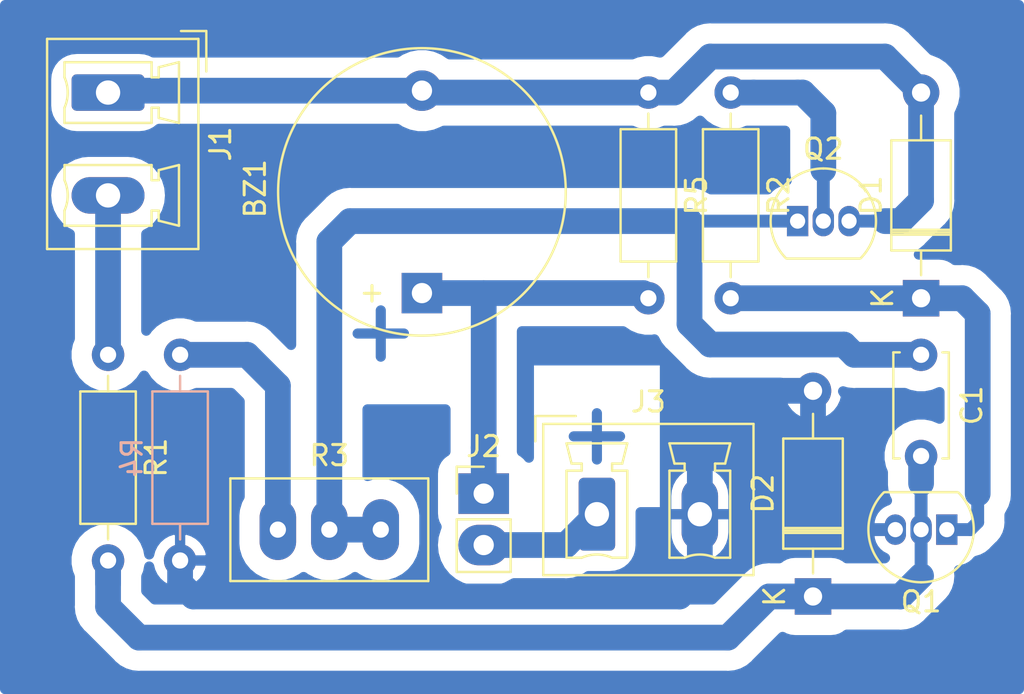
<source format=kicad_pcb>
(kicad_pcb (version 20171130) (host pcbnew "(5.1.5)-3")

  (general
    (thickness 1.6)
    (drawings 2)
    (tracks 70)
    (zones 0)
    (modules 14)
    (nets 11)
  )

  (page A4)
  (layers
    (0 F.Cu signal)
    (31 B.Cu signal)
    (32 B.Adhes user)
    (33 F.Adhes user)
    (34 B.Paste user)
    (35 F.Paste user)
    (36 B.SilkS user)
    (37 F.SilkS user)
    (38 B.Mask user)
    (39 F.Mask user)
    (40 Dwgs.User user)
    (41 Cmts.User user)
    (42 Eco1.User user)
    (43 Eco2.User user)
    (44 Edge.Cuts user)
    (45 Margin user)
    (46 B.CrtYd user)
    (47 F.CrtYd user)
    (48 B.Fab user)
    (49 F.Fab user)
  )

  (setup
    (last_trace_width 1.27)
    (user_trace_width 0.635)
    (user_trace_width 1.27)
    (trace_clearance 0.2)
    (zone_clearance 0.508)
    (zone_45_only no)
    (trace_min 0.2)
    (via_size 0.8)
    (via_drill 0.4)
    (via_min_size 0.4)
    (via_min_drill 0.3)
    (uvia_size 0.3)
    (uvia_drill 0.1)
    (uvias_allowed no)
    (uvia_min_size 0.2)
    (uvia_min_drill 0.1)
    (edge_width 0.05)
    (segment_width 0.2)
    (pcb_text_width 0.3)
    (pcb_text_size 1.5 1.5)
    (mod_edge_width 0.12)
    (mod_text_size 1 1)
    (mod_text_width 0.15)
    (pad_size 1.524 1.524)
    (pad_drill 0.762)
    (pad_to_mask_clearance 0.051)
    (solder_mask_min_width 0.25)
    (aux_axis_origin 0 0)
    (visible_elements 7FFFFFFF)
    (pcbplotparams
      (layerselection 0x010fc_ffffffff)
      (usegerberextensions false)
      (usegerberattributes false)
      (usegerberadvancedattributes false)
      (creategerberjobfile false)
      (excludeedgelayer true)
      (linewidth 0.100000)
      (plotframeref false)
      (viasonmask false)
      (mode 1)
      (useauxorigin false)
      (hpglpennumber 1)
      (hpglpenspeed 20)
      (hpglpendiameter 15.000000)
      (psnegative false)
      (psa4output false)
      (plotreference true)
      (plotvalue true)
      (plotinvisibletext false)
      (padsonsilk false)
      (subtractmaskfromsilk false)
      (outputformat 1)
      (mirror false)
      (drillshape 1)
      (scaleselection 1)
      (outputdirectory ""))
  )

  (net 0 "")
  (net 1 "Net-(BZ1-Pad1)")
  (net 2 "Net-(BZ1-Pad2)")
  (net 3 "Net-(C1-Pad2)")
  (net 4 "Net-(C1-Pad1)")
  (net 5 "Net-(D1-Pad1)")
  (net 6 "Net-(J1-Pad2)")
  (net 7 "Net-(J2-Pad2)")
  (net 8 "Net-(Q2-Pad2)")
  (net 9 "Net-(R3-Pad3)")
  (net 10 GND)

  (net_class Default "Toto je výchozí třída sítě."
    (clearance 0.2)
    (trace_width 0.25)
    (via_dia 0.8)
    (via_drill 0.4)
    (uvia_dia 0.3)
    (uvia_drill 0.1)
    (add_net GND)
    (add_net "Net-(BZ1-Pad1)")
    (add_net "Net-(BZ1-Pad2)")
    (add_net "Net-(C1-Pad1)")
    (add_net "Net-(C1-Pad2)")
    (add_net "Net-(D1-Pad1)")
    (add_net "Net-(J1-Pad2)")
    (add_net "Net-(J2-Pad2)")
    (add_net "Net-(Q2-Pad2)")
    (add_net "Net-(R3-Pad3)")
  )

  (module LPouzdra:AR_PinHeader_1x02_P2.54mm_Vertical (layer F.Cu) (tedit 60021612) (tstamp 5FFE6334)
    (at 123.19 100.584)
    (descr "Through hole straight pin header, 1x02, 2.54mm pitch, single row")
    (tags "Through hole pin header THT 1x02 2.54mm single row")
    (path /5FFE282F)
    (fp_text reference J2 (at 0 -2.33) (layer F.SilkS)
      (effects (font (size 1 1) (thickness 0.15)))
    )
    (fp_text value vypinac (at 0 4.87) (layer F.Fab)
      (effects (font (size 1 1) (thickness 0.15)))
    )
    (fp_text user %R (at 0 1.27 90) (layer F.Fab)
      (effects (font (size 1 1) (thickness 0.15)))
    )
    (fp_line (start 1.8 -1.8) (end -1.8 -1.8) (layer F.CrtYd) (width 0.05))
    (fp_line (start 1.8 4.35) (end 1.8 -1.8) (layer F.CrtYd) (width 0.05))
    (fp_line (start -1.8 4.35) (end 1.8 4.35) (layer F.CrtYd) (width 0.05))
    (fp_line (start -1.8 -1.8) (end -1.8 4.35) (layer F.CrtYd) (width 0.05))
    (fp_line (start -1.33 -1.33) (end 0 -1.33) (layer F.SilkS) (width 0.12))
    (fp_line (start -1.33 0) (end -1.33 -1.33) (layer F.SilkS) (width 0.12))
    (fp_line (start -1.33 1.27) (end 1.33 1.27) (layer F.SilkS) (width 0.12))
    (fp_line (start 1.33 1.27) (end 1.33 3.87) (layer F.SilkS) (width 0.12))
    (fp_line (start -1.33 1.27) (end -1.33 3.87) (layer F.SilkS) (width 0.12))
    (fp_line (start -1.33 3.87) (end 1.33 3.87) (layer F.SilkS) (width 0.12))
    (fp_line (start -1.27 -0.635) (end -0.635 -1.27) (layer F.Fab) (width 0.1))
    (fp_line (start -1.27 3.81) (end -1.27 -0.635) (layer F.Fab) (width 0.1))
    (fp_line (start 1.27 3.81) (end -1.27 3.81) (layer F.Fab) (width 0.1))
    (fp_line (start 1.27 -1.27) (end 1.27 3.81) (layer F.Fab) (width 0.1))
    (fp_line (start -0.635 -1.27) (end 1.27 -1.27) (layer F.Fab) (width 0.1))
    (pad 2 thru_hole oval (at 0 2.54) (size 2.5 2) (drill 1) (layers *.Cu *.Mask)
      (net 7 "Net-(J2-Pad2)"))
    (pad 1 thru_hole rect (at 0 0) (size 2.5 2) (drill 1) (layers *.Cu *.Mask)
      (net 1 "Net-(BZ1-Pad1)"))
    (model ${KISYS3DMOD}/Connector_PinHeader_2.54mm.3dshapes/PinHeader_1x02_P2.54mm_Vertical.wrl
      (at (xyz 0 0 0))
      (scale (xyz 1 1 1))
      (rotate (xyz 0 0 0))
    )
  )

  (module Resistor_THT:R_Axial_DIN0207_L6.3mm_D2.5mm_P10.16mm_Horizontal (layer F.Cu) (tedit 5AE5139B) (tstamp 5FFE63FE)
    (at 131.318 80.772 270)
    (descr "Resistor, Axial_DIN0207 series, Axial, Horizontal, pin pitch=10.16mm, 0.25W = 1/4W, length*diameter=6.3*2.5mm^2, http://cdn-reichelt.de/documents/datenblatt/B400/1_4W%23YAG.pdf")
    (tags "Resistor Axial_DIN0207 series Axial Horizontal pin pitch 10.16mm 0.25W = 1/4W length 6.3mm diameter 2.5mm")
    (path /5FFE4389)
    (fp_text reference R5 (at 5.08 -2.37 90) (layer F.SilkS)
      (effects (font (size 1 1) (thickness 0.15)))
    )
    (fp_text value 1k (at 5.08 2.37 90) (layer F.Fab)
      (effects (font (size 1 1) (thickness 0.15)))
    )
    (fp_text user %R (at 5.08 0 90) (layer F.Fab)
      (effects (font (size 1 1) (thickness 0.15)))
    )
    (fp_line (start 11.21 -1.5) (end -1.05 -1.5) (layer F.CrtYd) (width 0.05))
    (fp_line (start 11.21 1.5) (end 11.21 -1.5) (layer F.CrtYd) (width 0.05))
    (fp_line (start -1.05 1.5) (end 11.21 1.5) (layer F.CrtYd) (width 0.05))
    (fp_line (start -1.05 -1.5) (end -1.05 1.5) (layer F.CrtYd) (width 0.05))
    (fp_line (start 9.12 0) (end 8.35 0) (layer F.SilkS) (width 0.12))
    (fp_line (start 1.04 0) (end 1.81 0) (layer F.SilkS) (width 0.12))
    (fp_line (start 8.35 -1.37) (end 1.81 -1.37) (layer F.SilkS) (width 0.12))
    (fp_line (start 8.35 1.37) (end 8.35 -1.37) (layer F.SilkS) (width 0.12))
    (fp_line (start 1.81 1.37) (end 8.35 1.37) (layer F.SilkS) (width 0.12))
    (fp_line (start 1.81 -1.37) (end 1.81 1.37) (layer F.SilkS) (width 0.12))
    (fp_line (start 10.16 0) (end 8.23 0) (layer F.Fab) (width 0.1))
    (fp_line (start 0 0) (end 1.93 0) (layer F.Fab) (width 0.1))
    (fp_line (start 8.23 -1.25) (end 1.93 -1.25) (layer F.Fab) (width 0.1))
    (fp_line (start 8.23 1.25) (end 8.23 -1.25) (layer F.Fab) (width 0.1))
    (fp_line (start 1.93 1.25) (end 8.23 1.25) (layer F.Fab) (width 0.1))
    (fp_line (start 1.93 -1.25) (end 1.93 1.25) (layer F.Fab) (width 0.1))
    (pad 2 thru_hole oval (at 10.16 0 270) (size 1.6 1.6) (drill 0.8) (layers *.Cu *.Mask)
      (net 1 "Net-(BZ1-Pad1)"))
    (pad 1 thru_hole circle (at 0 0 270) (size 1.6 1.6) (drill 0.8) (layers *.Cu *.Mask)
      (net 2 "Net-(BZ1-Pad2)"))
    (model ${KISYS3DMOD}/Resistor_THT.3dshapes/R_Axial_DIN0207_L6.3mm_D2.5mm_P10.16mm_Horizontal.wrl
      (at (xyz 0 0 0))
      (scale (xyz 1 1 1))
      (rotate (xyz 0 0 0))
    )
  )

  (module Resistor_THT:R_Axial_DIN0207_L6.3mm_D2.5mm_P10.16mm_Horizontal (layer B.Cu) (tedit 5AE5139B) (tstamp 5FFE63E7)
    (at 108.204 93.726 270)
    (descr "Resistor, Axial_DIN0207 series, Axial, Horizontal, pin pitch=10.16mm, 0.25W = 1/4W, length*diameter=6.3*2.5mm^2, http://cdn-reichelt.de/documents/datenblatt/B400/1_4W%23YAG.pdf")
    (tags "Resistor Axial_DIN0207 series Axial Horizontal pin pitch 10.16mm 0.25W = 1/4W length 6.3mm diameter 2.5mm")
    (path /5FFE3D3F)
    (fp_text reference R4 (at 5.08 2.37 90) (layer B.SilkS)
      (effects (font (size 1 1) (thickness 0.15)) (justify mirror))
    )
    (fp_text value 100R (at 5.08 -2.37 90) (layer B.Fab)
      (effects (font (size 1 1) (thickness 0.15)) (justify mirror))
    )
    (fp_text user %R (at 5.08 0 90) (layer B.Fab)
      (effects (font (size 1 1) (thickness 0.15)) (justify mirror))
    )
    (fp_line (start 11.21 1.5) (end -1.05 1.5) (layer B.CrtYd) (width 0.05))
    (fp_line (start 11.21 -1.5) (end 11.21 1.5) (layer B.CrtYd) (width 0.05))
    (fp_line (start -1.05 -1.5) (end 11.21 -1.5) (layer B.CrtYd) (width 0.05))
    (fp_line (start -1.05 1.5) (end -1.05 -1.5) (layer B.CrtYd) (width 0.05))
    (fp_line (start 9.12 0) (end 8.35 0) (layer B.SilkS) (width 0.12))
    (fp_line (start 1.04 0) (end 1.81 0) (layer B.SilkS) (width 0.12))
    (fp_line (start 8.35 1.37) (end 1.81 1.37) (layer B.SilkS) (width 0.12))
    (fp_line (start 8.35 -1.37) (end 8.35 1.37) (layer B.SilkS) (width 0.12))
    (fp_line (start 1.81 -1.37) (end 8.35 -1.37) (layer B.SilkS) (width 0.12))
    (fp_line (start 1.81 1.37) (end 1.81 -1.37) (layer B.SilkS) (width 0.12))
    (fp_line (start 10.16 0) (end 8.23 0) (layer B.Fab) (width 0.1))
    (fp_line (start 0 0) (end 1.93 0) (layer B.Fab) (width 0.1))
    (fp_line (start 8.23 1.25) (end 1.93 1.25) (layer B.Fab) (width 0.1))
    (fp_line (start 8.23 -1.25) (end 8.23 1.25) (layer B.Fab) (width 0.1))
    (fp_line (start 1.93 -1.25) (end 8.23 -1.25) (layer B.Fab) (width 0.1))
    (fp_line (start 1.93 1.25) (end 1.93 -1.25) (layer B.Fab) (width 0.1))
    (pad 2 thru_hole oval (at 10.16 0 270) (size 1.6 1.6) (drill 0.8) (layers *.Cu *.Mask)
      (net 10 GND))
    (pad 1 thru_hole circle (at 0 0 270) (size 1.6 1.6) (drill 0.8) (layers *.Cu *.Mask)
      (net 9 "Net-(R3-Pad3)"))
    (model ${KISYS3DMOD}/Resistor_THT.3dshapes/R_Axial_DIN0207_L6.3mm_D2.5mm_P10.16mm_Horizontal.wrl
      (at (xyz 0 0 0))
      (scale (xyz 1 1 1))
      (rotate (xyz 0 0 0))
    )
  )

  (module LPouzdra:AR_Potentiometer_Bourns_3296W_Vertical (layer F.Cu) (tedit 5FFE1AF0) (tstamp 5FFE63D0)
    (at 118.11 102.362)
    (descr "Potentiometer, vertical, Bourns 3296W, https://www.bourns.com/pdfs/3296.pdf")
    (tags "Potentiometer vertical Bourns 3296W")
    (path /5FFE4B1A)
    (fp_text reference R3 (at -2.54 -3.66) (layer F.SilkS)
      (effects (font (size 1 1) (thickness 0.15)))
    )
    (fp_text value 2k5 (at -2.54 3.67) (layer F.Fab)
      (effects (font (size 1 1) (thickness 0.15)))
    )
    (fp_text user %R (at -3.175 0.005) (layer F.Fab)
      (effects (font (size 1 1) (thickness 0.15)))
    )
    (fp_line (start 2.5 -2.7) (end -7.6 -2.7) (layer F.CrtYd) (width 0.05))
    (fp_line (start 2.5 2.7) (end 2.5 -2.7) (layer F.CrtYd) (width 0.05))
    (fp_line (start -7.6 2.7) (end 2.5 2.7) (layer F.CrtYd) (width 0.05))
    (fp_line (start -7.6 -2.7) (end -7.6 2.7) (layer F.CrtYd) (width 0.05))
    (fp_line (start 2.345 -2.53) (end 2.345 2.54) (layer F.SilkS) (width 0.12))
    (fp_line (start -7.425 -2.53) (end -7.425 2.54) (layer F.SilkS) (width 0.12))
    (fp_line (start -7.425 2.54) (end 2.345 2.54) (layer F.SilkS) (width 0.12))
    (fp_line (start -7.425 -2.53) (end 2.345 -2.53) (layer F.SilkS) (width 0.12))
    (fp_line (start 0.955 2.235) (end 0.956 0.066) (layer F.Fab) (width 0.1))
    (fp_line (start 0.955 2.235) (end 0.956 0.066) (layer F.Fab) (width 0.1))
    (fp_line (start 2.225 -2.41) (end -7.305 -2.41) (layer F.Fab) (width 0.1))
    (fp_line (start 2.225 2.42) (end 2.225 -2.41) (layer F.Fab) (width 0.1))
    (fp_line (start -7.305 2.42) (end 2.225 2.42) (layer F.Fab) (width 0.1))
    (fp_line (start -7.305 -2.41) (end -7.305 2.42) (layer F.Fab) (width 0.1))
    (fp_circle (center 0.955 1.15) (end 2.05 1.15) (layer F.Fab) (width 0.1))
    (pad 3 thru_hole oval (at -5.08 0) (size 1.8 3) (drill 0.8) (layers *.Cu *.Mask)
      (net 9 "Net-(R3-Pad3)"))
    (pad 2 thru_hole oval (at -2.54 0) (size 1.8 3) (drill 0.8) (layers *.Cu *.Mask)
      (net 4 "Net-(C1-Pad1)"))
    (pad 1 thru_hole oval (at 0 0) (size 1.8 3) (drill 0.8) (layers *.Cu *.Mask)
      (net 4 "Net-(C1-Pad1)"))
    (model ${KISYS3DMOD}/Potentiometer_THT.3dshapes/Potentiometer_Bourns_3296W_Vertical.wrl
      (at (xyz 0 0 0))
      (scale (xyz 1 1 1))
      (rotate (xyz 0 0 0))
    )
  )

  (module Resistor_THT:R_Axial_DIN0207_L6.3mm_D2.5mm_P10.16mm_Horizontal (layer F.Cu) (tedit 5AE5139B) (tstamp 5FFE63B9)
    (at 135.382 80.772 270)
    (descr "Resistor, Axial_DIN0207 series, Axial, Horizontal, pin pitch=10.16mm, 0.25W = 1/4W, length*diameter=6.3*2.5mm^2, http://cdn-reichelt.de/documents/datenblatt/B400/1_4W%23YAG.pdf")
    (tags "Resistor Axial_DIN0207 series Axial Horizontal pin pitch 10.16mm 0.25W = 1/4W length 6.3mm diameter 2.5mm")
    (path /5FFE3A82)
    (fp_text reference R2 (at 5.08 -2.37 90) (layer F.SilkS)
      (effects (font (size 1 1) (thickness 0.15)))
    )
    (fp_text value 10k (at 5.08 2.37 90) (layer F.Fab)
      (effects (font (size 1 1) (thickness 0.15)))
    )
    (fp_text user %R (at 5.08 0 90) (layer F.Fab)
      (effects (font (size 1 1) (thickness 0.15)))
    )
    (fp_line (start 11.21 -1.5) (end -1.05 -1.5) (layer F.CrtYd) (width 0.05))
    (fp_line (start 11.21 1.5) (end 11.21 -1.5) (layer F.CrtYd) (width 0.05))
    (fp_line (start -1.05 1.5) (end 11.21 1.5) (layer F.CrtYd) (width 0.05))
    (fp_line (start -1.05 -1.5) (end -1.05 1.5) (layer F.CrtYd) (width 0.05))
    (fp_line (start 9.12 0) (end 8.35 0) (layer F.SilkS) (width 0.12))
    (fp_line (start 1.04 0) (end 1.81 0) (layer F.SilkS) (width 0.12))
    (fp_line (start 8.35 -1.37) (end 1.81 -1.37) (layer F.SilkS) (width 0.12))
    (fp_line (start 8.35 1.37) (end 8.35 -1.37) (layer F.SilkS) (width 0.12))
    (fp_line (start 1.81 1.37) (end 8.35 1.37) (layer F.SilkS) (width 0.12))
    (fp_line (start 1.81 -1.37) (end 1.81 1.37) (layer F.SilkS) (width 0.12))
    (fp_line (start 10.16 0) (end 8.23 0) (layer F.Fab) (width 0.1))
    (fp_line (start 0 0) (end 1.93 0) (layer F.Fab) (width 0.1))
    (fp_line (start 8.23 -1.25) (end 1.93 -1.25) (layer F.Fab) (width 0.1))
    (fp_line (start 8.23 1.25) (end 8.23 -1.25) (layer F.Fab) (width 0.1))
    (fp_line (start 1.93 1.25) (end 8.23 1.25) (layer F.Fab) (width 0.1))
    (fp_line (start 1.93 -1.25) (end 1.93 1.25) (layer F.Fab) (width 0.1))
    (pad 2 thru_hole oval (at 10.16 0 270) (size 1.6 1.6) (drill 0.8) (layers *.Cu *.Mask)
      (net 5 "Net-(D1-Pad1)"))
    (pad 1 thru_hole circle (at 0 0 270) (size 1.6 1.6) (drill 0.8) (layers *.Cu *.Mask)
      (net 8 "Net-(Q2-Pad2)"))
    (model ${KISYS3DMOD}/Resistor_THT.3dshapes/R_Axial_DIN0207_L6.3mm_D2.5mm_P10.16mm_Horizontal.wrl
      (at (xyz 0 0 0))
      (scale (xyz 1 1 1))
      (rotate (xyz 0 0 0))
    )
  )

  (module Resistor_THT:R_Axial_DIN0207_L6.3mm_D2.5mm_P10.16mm_Horizontal (layer F.Cu) (tedit 5AE5139B) (tstamp 5FFE63A2)
    (at 104.648 93.726 270)
    (descr "Resistor, Axial_DIN0207 series, Axial, Horizontal, pin pitch=10.16mm, 0.25W = 1/4W, length*diameter=6.3*2.5mm^2, http://cdn-reichelt.de/documents/datenblatt/B400/1_4W%23YAG.pdf")
    (tags "Resistor Axial_DIN0207 series Axial Horizontal pin pitch 10.16mm 0.25W = 1/4W length 6.3mm diameter 2.5mm")
    (path /5FFE35B6)
    (fp_text reference R1 (at 5.08 -2.37 90) (layer F.SilkS)
      (effects (font (size 1 1) (thickness 0.15)))
    )
    (fp_text value 56k (at 5.08 2.37 90) (layer F.Fab)
      (effects (font (size 1 1) (thickness 0.15)))
    )
    (fp_text user %R (at 5.08 0 90) (layer F.Fab)
      (effects (font (size 1 1) (thickness 0.15)))
    )
    (fp_line (start 11.21 -1.5) (end -1.05 -1.5) (layer F.CrtYd) (width 0.05))
    (fp_line (start 11.21 1.5) (end 11.21 -1.5) (layer F.CrtYd) (width 0.05))
    (fp_line (start -1.05 1.5) (end 11.21 1.5) (layer F.CrtYd) (width 0.05))
    (fp_line (start -1.05 -1.5) (end -1.05 1.5) (layer F.CrtYd) (width 0.05))
    (fp_line (start 9.12 0) (end 8.35 0) (layer F.SilkS) (width 0.12))
    (fp_line (start 1.04 0) (end 1.81 0) (layer F.SilkS) (width 0.12))
    (fp_line (start 8.35 -1.37) (end 1.81 -1.37) (layer F.SilkS) (width 0.12))
    (fp_line (start 8.35 1.37) (end 8.35 -1.37) (layer F.SilkS) (width 0.12))
    (fp_line (start 1.81 1.37) (end 8.35 1.37) (layer F.SilkS) (width 0.12))
    (fp_line (start 1.81 -1.37) (end 1.81 1.37) (layer F.SilkS) (width 0.12))
    (fp_line (start 10.16 0) (end 8.23 0) (layer F.Fab) (width 0.1))
    (fp_line (start 0 0) (end 1.93 0) (layer F.Fab) (width 0.1))
    (fp_line (start 8.23 -1.25) (end 1.93 -1.25) (layer F.Fab) (width 0.1))
    (fp_line (start 8.23 1.25) (end 8.23 -1.25) (layer F.Fab) (width 0.1))
    (fp_line (start 1.93 1.25) (end 8.23 1.25) (layer F.Fab) (width 0.1))
    (fp_line (start 1.93 -1.25) (end 1.93 1.25) (layer F.Fab) (width 0.1))
    (pad 2 thru_hole oval (at 10.16 0 270) (size 1.6 1.6) (drill 0.8) (layers *.Cu *.Mask)
      (net 3 "Net-(C1-Pad2)"))
    (pad 1 thru_hole circle (at 0 0 270) (size 1.6 1.6) (drill 0.8) (layers *.Cu *.Mask)
      (net 6 "Net-(J1-Pad2)"))
    (model ${KISYS3DMOD}/Resistor_THT.3dshapes/R_Axial_DIN0207_L6.3mm_D2.5mm_P10.16mm_Horizontal.wrl
      (at (xyz 0 0 0))
      (scale (xyz 1 1 1))
      (rotate (xyz 0 0 0))
    )
  )

  (module Package_TO_SOT_THT:TO-92_Inline (layer F.Cu) (tedit 5A1DD157) (tstamp 5FFE638B)
    (at 138.684 87.122)
    (descr "TO-92 leads in-line, narrow, oval pads, drill 0.75mm (see NXP sot054_po.pdf)")
    (tags "to-92 sc-43 sc-43a sot54 PA33 transistor")
    (path /5FFE92D4)
    (fp_text reference Q2 (at 1.27 -3.56) (layer F.SilkS)
      (effects (font (size 1 1) (thickness 0.15)))
    )
    (fp_text value BC557 (at 1.27 2.79) (layer F.Fab)
      (effects (font (size 1 1) (thickness 0.15)))
    )
    (fp_arc (start 1.27 0) (end 1.27 -2.6) (angle 135) (layer F.SilkS) (width 0.12))
    (fp_arc (start 1.27 0) (end 1.27 -2.48) (angle -135) (layer F.Fab) (width 0.1))
    (fp_arc (start 1.27 0) (end 1.27 -2.6) (angle -135) (layer F.SilkS) (width 0.12))
    (fp_arc (start 1.27 0) (end 1.27 -2.48) (angle 135) (layer F.Fab) (width 0.1))
    (fp_line (start 4 2.01) (end -1.46 2.01) (layer F.CrtYd) (width 0.05))
    (fp_line (start 4 2.01) (end 4 -2.73) (layer F.CrtYd) (width 0.05))
    (fp_line (start -1.46 -2.73) (end -1.46 2.01) (layer F.CrtYd) (width 0.05))
    (fp_line (start -1.46 -2.73) (end 4 -2.73) (layer F.CrtYd) (width 0.05))
    (fp_line (start -0.5 1.75) (end 3 1.75) (layer F.Fab) (width 0.1))
    (fp_line (start -0.53 1.85) (end 3.07 1.85) (layer F.SilkS) (width 0.12))
    (fp_text user %R (at 1.27 -3.56) (layer F.Fab)
      (effects (font (size 1 1) (thickness 0.15)))
    )
    (pad 1 thru_hole rect (at 0 0) (size 1.05 1.5) (drill 0.75) (layers *.Cu *.Mask)
      (net 4 "Net-(C1-Pad1)"))
    (pad 3 thru_hole oval (at 2.54 0) (size 1.05 1.5) (drill 0.75) (layers *.Cu *.Mask)
      (net 2 "Net-(BZ1-Pad2)"))
    (pad 2 thru_hole oval (at 1.27 0) (size 1.05 1.5) (drill 0.75) (layers *.Cu *.Mask)
      (net 8 "Net-(Q2-Pad2)"))
    (model ${KISYS3DMOD}/Package_TO_SOT_THT.3dshapes/TO-92_Inline.wrl
      (at (xyz 0 0 0))
      (scale (xyz 1 1 1))
      (rotate (xyz 0 0 0))
    )
  )

  (module Package_TO_SOT_THT:TO-92_Inline (layer F.Cu) (tedit 5A1DD157) (tstamp 5FFE6379)
    (at 146.05 102.362 180)
    (descr "TO-92 leads in-line, narrow, oval pads, drill 0.75mm (see NXP sot054_po.pdf)")
    (tags "to-92 sc-43 sc-43a sot54 PA33 transistor")
    (path /5FFE8023)
    (fp_text reference Q1 (at 1.27 -3.56) (layer F.SilkS)
      (effects (font (size 1 1) (thickness 0.15)))
    )
    (fp_text value BC547 (at 1.27 2.79) (layer F.Fab)
      (effects (font (size 1 1) (thickness 0.15)))
    )
    (fp_arc (start 1.27 0) (end 1.27 -2.6) (angle 135) (layer F.SilkS) (width 0.12))
    (fp_arc (start 1.27 0) (end 1.27 -2.48) (angle -135) (layer F.Fab) (width 0.1))
    (fp_arc (start 1.27 0) (end 1.27 -2.6) (angle -135) (layer F.SilkS) (width 0.12))
    (fp_arc (start 1.27 0) (end 1.27 -2.48) (angle 135) (layer F.Fab) (width 0.1))
    (fp_line (start 4 2.01) (end -1.46 2.01) (layer F.CrtYd) (width 0.05))
    (fp_line (start 4 2.01) (end 4 -2.73) (layer F.CrtYd) (width 0.05))
    (fp_line (start -1.46 -2.73) (end -1.46 2.01) (layer F.CrtYd) (width 0.05))
    (fp_line (start -1.46 -2.73) (end 4 -2.73) (layer F.CrtYd) (width 0.05))
    (fp_line (start -0.5 1.75) (end 3 1.75) (layer F.Fab) (width 0.1))
    (fp_line (start -0.53 1.85) (end 3.07 1.85) (layer F.SilkS) (width 0.12))
    (fp_text user %R (at 1.27 -3.56) (layer F.Fab)
      (effects (font (size 1 1) (thickness 0.15)))
    )
    (pad 1 thru_hole rect (at 0 0 180) (size 1.05 1.5) (drill 0.75) (layers *.Cu *.Mask)
      (net 5 "Net-(D1-Pad1)"))
    (pad 3 thru_hole oval (at 2.54 0 180) (size 1.05 1.5) (drill 0.75) (layers *.Cu *.Mask)
      (net 10 GND))
    (pad 2 thru_hole oval (at 1.27 0 180) (size 1.05 1.5) (drill 0.75) (layers *.Cu *.Mask)
      (net 3 "Net-(C1-Pad2)"))
    (model ${KISYS3DMOD}/Package_TO_SOT_THT.3dshapes/TO-92_Inline.wrl
      (at (xyz 0 0 0))
      (scale (xyz 1 1 1))
      (rotate (xyz 0 0 0))
    )
  )

  (module Connector_Phoenix_MC_HighVoltage:PhoenixContact_MCV_1,5_2-G-5.08_1x02_P5.08mm_Vertical (layer F.Cu) (tedit 5B784ED3) (tstamp 5FFE6367)
    (at 128.778 101.6)
    (descr "Generic Phoenix Contact connector footprint for: MCV_1,5/2-G-5.08; number of pins: 02; pin pitch: 5.08mm; Vertical || order number: 1836299 8A 320V")
    (tags "phoenix_contact connector MCV_01x02_G_5.08mm")
    (path /5FFFAA1F)
    (fp_text reference J3 (at 2.54 -5.55) (layer F.SilkS)
      (effects (font (size 1 1) (thickness 0.15)))
    )
    (fp_text value "9V= 1+ / 2-" (at 2.54 4.1) (layer F.Fab)
      (effects (font (size 1 1) (thickness 0.15)))
    )
    (fp_text user %R (at 2.54 -3.65) (layer F.Fab)
      (effects (font (size 1 1) (thickness 0.15)))
    )
    (fp_line (start -3.04 -4.85) (end -1.04 -4.85) (layer F.Fab) (width 0.1))
    (fp_line (start -3.04 -3.6) (end -3.04 -4.85) (layer F.Fab) (width 0.1))
    (fp_line (start -3.04 -4.85) (end -1.04 -4.85) (layer F.SilkS) (width 0.12))
    (fp_line (start -3.04 -3.6) (end -3.04 -4.85) (layer F.SilkS) (width 0.12))
    (fp_line (start 8.12 -4.85) (end -3.04 -4.85) (layer F.CrtYd) (width 0.05))
    (fp_line (start 8.12 3.4) (end 8.12 -4.85) (layer F.CrtYd) (width 0.05))
    (fp_line (start -3.04 3.4) (end 8.12 3.4) (layer F.CrtYd) (width 0.05))
    (fp_line (start -3.04 -4.85) (end -3.04 3.4) (layer F.CrtYd) (width 0.05))
    (fp_line (start 6.58 2.15) (end 5.83 2.15) (layer F.SilkS) (width 0.12))
    (fp_line (start 6.58 -2.15) (end 6.58 2.15) (layer F.SilkS) (width 0.12))
    (fp_line (start 5.83 -2.15) (end 6.58 -2.15) (layer F.SilkS) (width 0.12))
    (fp_line (start 5.83 -2.5) (end 5.83 -2.15) (layer F.SilkS) (width 0.12))
    (fp_line (start 6.33 -2.5) (end 5.83 -2.5) (layer F.SilkS) (width 0.12))
    (fp_line (start 6.58 -3.5) (end 6.33 -2.5) (layer F.SilkS) (width 0.12))
    (fp_line (start 3.58 -3.5) (end 6.58 -3.5) (layer F.SilkS) (width 0.12))
    (fp_line (start 3.83 -2.5) (end 3.58 -3.5) (layer F.SilkS) (width 0.12))
    (fp_line (start 4.33 -2.5) (end 3.83 -2.5) (layer F.SilkS) (width 0.12))
    (fp_line (start 4.33 -2.15) (end 4.33 -2.5) (layer F.SilkS) (width 0.12))
    (fp_line (start 3.58 -2.15) (end 4.33 -2.15) (layer F.SilkS) (width 0.12))
    (fp_line (start 3.58 2.15) (end 3.58 -2.15) (layer F.SilkS) (width 0.12))
    (fp_line (start 4.33 2.15) (end 3.58 2.15) (layer F.SilkS) (width 0.12))
    (fp_line (start 1.5 2.15) (end 0.75 2.15) (layer F.SilkS) (width 0.12))
    (fp_line (start 1.5 -2.15) (end 1.5 2.15) (layer F.SilkS) (width 0.12))
    (fp_line (start 0.75 -2.15) (end 1.5 -2.15) (layer F.SilkS) (width 0.12))
    (fp_line (start 0.75 -2.5) (end 0.75 -2.15) (layer F.SilkS) (width 0.12))
    (fp_line (start 1.25 -2.5) (end 0.75 -2.5) (layer F.SilkS) (width 0.12))
    (fp_line (start 1.5 -3.5) (end 1.25 -2.5) (layer F.SilkS) (width 0.12))
    (fp_line (start -1.5 -3.5) (end 1.5 -3.5) (layer F.SilkS) (width 0.12))
    (fp_line (start -1.25 -2.5) (end -1.5 -3.5) (layer F.SilkS) (width 0.12))
    (fp_line (start -0.75 -2.5) (end -1.25 -2.5) (layer F.SilkS) (width 0.12))
    (fp_line (start -0.75 -2.15) (end -0.75 -2.5) (layer F.SilkS) (width 0.12))
    (fp_line (start -1.5 -2.15) (end -0.75 -2.15) (layer F.SilkS) (width 0.12))
    (fp_line (start -1.5 2.15) (end -1.5 -2.15) (layer F.SilkS) (width 0.12))
    (fp_line (start -0.75 2.15) (end -1.5 2.15) (layer F.SilkS) (width 0.12))
    (fp_line (start 7.62 -4.35) (end -2.54 -4.35) (layer F.Fab) (width 0.1))
    (fp_line (start 7.62 2.9) (end 7.62 -4.35) (layer F.Fab) (width 0.1))
    (fp_line (start -2.54 2.9) (end 7.62 2.9) (layer F.Fab) (width 0.1))
    (fp_line (start -2.54 -4.35) (end -2.54 2.9) (layer F.Fab) (width 0.1))
    (fp_line (start 7.73 -4.46) (end -2.65 -4.46) (layer F.SilkS) (width 0.12))
    (fp_line (start 7.73 3.01) (end 7.73 -4.46) (layer F.SilkS) (width 0.12))
    (fp_line (start -2.65 3.01) (end 7.73 3.01) (layer F.SilkS) (width 0.12))
    (fp_line (start -2.65 -4.46) (end -2.65 3.01) (layer F.SilkS) (width 0.12))
    (fp_arc (start 5.08 3.85) (end 4.33 2.15) (angle 47.6) (layer F.SilkS) (width 0.12))
    (fp_arc (start 0 3.85) (end -0.75 2.15) (angle 47.6) (layer F.SilkS) (width 0.12))
    (pad 2 thru_hole oval (at 5.08 0) (size 1.8 3.6) (drill 1.2) (layers *.Cu *.Mask)
      (net 10 GND))
    (pad 1 thru_hole roundrect (at 0 0) (size 1.8 3.6) (drill 1.2) (layers *.Cu *.Mask) (roundrect_rratio 0.138889)
      (net 7 "Net-(J2-Pad2)"))
    (model ${KISYS3DMOD}/Connector_Phoenix_MC_HighVoltage.3dshapes/PhoenixContact_MCV_1,5_2-G-5.08_1x02_P5.08mm_Vertical.wrl
      (at (xyz 0 0 0))
      (scale (xyz 1 1 1))
      (rotate (xyz 0 0 0))
    )
  )

  (module Connector_Phoenix_MC_HighVoltage:PhoenixContact_MCV_1,5_2-G-5.08_1x02_P5.08mm_Vertical (layer F.Cu) (tedit 5B784ED3) (tstamp 5FFE6301)
    (at 104.648 80.772 270)
    (descr "Generic Phoenix Contact connector footprint for: MCV_1,5/2-G-5.08; number of pins: 02; pin pitch: 5.08mm; Vertical || order number: 1836299 8A 320V")
    (tags "phoenix_contact connector MCV_01x02_G_5.08mm")
    (path /5FFE060D)
    (fp_text reference J1 (at 2.54 -5.55 90) (layer F.SilkS)
      (effects (font (size 1 1) (thickness 0.15)))
    )
    (fp_text value hroty (at 2.54 4.1 90) (layer F.Fab)
      (effects (font (size 1 1) (thickness 0.15)))
    )
    (fp_text user %R (at 2.54 -3.65 90) (layer F.Fab)
      (effects (font (size 1 1) (thickness 0.15)))
    )
    (fp_line (start -3.04 -4.85) (end -1.04 -4.85) (layer F.Fab) (width 0.1))
    (fp_line (start -3.04 -3.6) (end -3.04 -4.85) (layer F.Fab) (width 0.1))
    (fp_line (start -3.04 -4.85) (end -1.04 -4.85) (layer F.SilkS) (width 0.12))
    (fp_line (start -3.04 -3.6) (end -3.04 -4.85) (layer F.SilkS) (width 0.12))
    (fp_line (start 8.12 -4.85) (end -3.04 -4.85) (layer F.CrtYd) (width 0.05))
    (fp_line (start 8.12 3.4) (end 8.12 -4.85) (layer F.CrtYd) (width 0.05))
    (fp_line (start -3.04 3.4) (end 8.12 3.4) (layer F.CrtYd) (width 0.05))
    (fp_line (start -3.04 -4.85) (end -3.04 3.4) (layer F.CrtYd) (width 0.05))
    (fp_line (start 6.58 2.15) (end 5.83 2.15) (layer F.SilkS) (width 0.12))
    (fp_line (start 6.58 -2.15) (end 6.58 2.15) (layer F.SilkS) (width 0.12))
    (fp_line (start 5.83 -2.15) (end 6.58 -2.15) (layer F.SilkS) (width 0.12))
    (fp_line (start 5.83 -2.5) (end 5.83 -2.15) (layer F.SilkS) (width 0.12))
    (fp_line (start 6.33 -2.5) (end 5.83 -2.5) (layer F.SilkS) (width 0.12))
    (fp_line (start 6.58 -3.5) (end 6.33 -2.5) (layer F.SilkS) (width 0.12))
    (fp_line (start 3.58 -3.5) (end 6.58 -3.5) (layer F.SilkS) (width 0.12))
    (fp_line (start 3.83 -2.5) (end 3.58 -3.5) (layer F.SilkS) (width 0.12))
    (fp_line (start 4.33 -2.5) (end 3.83 -2.5) (layer F.SilkS) (width 0.12))
    (fp_line (start 4.33 -2.15) (end 4.33 -2.5) (layer F.SilkS) (width 0.12))
    (fp_line (start 3.58 -2.15) (end 4.33 -2.15) (layer F.SilkS) (width 0.12))
    (fp_line (start 3.58 2.15) (end 3.58 -2.15) (layer F.SilkS) (width 0.12))
    (fp_line (start 4.33 2.15) (end 3.58 2.15) (layer F.SilkS) (width 0.12))
    (fp_line (start 1.5 2.15) (end 0.75 2.15) (layer F.SilkS) (width 0.12))
    (fp_line (start 1.5 -2.15) (end 1.5 2.15) (layer F.SilkS) (width 0.12))
    (fp_line (start 0.75 -2.15) (end 1.5 -2.15) (layer F.SilkS) (width 0.12))
    (fp_line (start 0.75 -2.5) (end 0.75 -2.15) (layer F.SilkS) (width 0.12))
    (fp_line (start 1.25 -2.5) (end 0.75 -2.5) (layer F.SilkS) (width 0.12))
    (fp_line (start 1.5 -3.5) (end 1.25 -2.5) (layer F.SilkS) (width 0.12))
    (fp_line (start -1.5 -3.5) (end 1.5 -3.5) (layer F.SilkS) (width 0.12))
    (fp_line (start -1.25 -2.5) (end -1.5 -3.5) (layer F.SilkS) (width 0.12))
    (fp_line (start -0.75 -2.5) (end -1.25 -2.5) (layer F.SilkS) (width 0.12))
    (fp_line (start -0.75 -2.15) (end -0.75 -2.5) (layer F.SilkS) (width 0.12))
    (fp_line (start -1.5 -2.15) (end -0.75 -2.15) (layer F.SilkS) (width 0.12))
    (fp_line (start -1.5 2.15) (end -1.5 -2.15) (layer F.SilkS) (width 0.12))
    (fp_line (start -0.75 2.15) (end -1.5 2.15) (layer F.SilkS) (width 0.12))
    (fp_line (start 7.62 -4.35) (end -2.54 -4.35) (layer F.Fab) (width 0.1))
    (fp_line (start 7.62 2.9) (end 7.62 -4.35) (layer F.Fab) (width 0.1))
    (fp_line (start -2.54 2.9) (end 7.62 2.9) (layer F.Fab) (width 0.1))
    (fp_line (start -2.54 -4.35) (end -2.54 2.9) (layer F.Fab) (width 0.1))
    (fp_line (start 7.73 -4.46) (end -2.65 -4.46) (layer F.SilkS) (width 0.12))
    (fp_line (start 7.73 3.01) (end 7.73 -4.46) (layer F.SilkS) (width 0.12))
    (fp_line (start -2.65 3.01) (end 7.73 3.01) (layer F.SilkS) (width 0.12))
    (fp_line (start -2.65 -4.46) (end -2.65 3.01) (layer F.SilkS) (width 0.12))
    (fp_arc (start 5.08 3.85) (end 4.33 2.15) (angle 47.6) (layer F.SilkS) (width 0.12))
    (fp_arc (start 0 3.85) (end -0.75 2.15) (angle 47.6) (layer F.SilkS) (width 0.12))
    (pad 2 thru_hole oval (at 5.08 0 270) (size 1.8 3.6) (drill 1.2) (layers *.Cu *.Mask)
      (net 6 "Net-(J1-Pad2)"))
    (pad 1 thru_hole roundrect (at 0 0 270) (size 1.8 3.6) (drill 1.2) (layers *.Cu *.Mask) (roundrect_rratio 0.138889)
      (net 2 "Net-(BZ1-Pad2)"))
    (model ${KISYS3DMOD}/Connector_Phoenix_MC_HighVoltage.3dshapes/PhoenixContact_MCV_1,5_2-G-5.08_1x02_P5.08mm_Vertical.wrl
      (at (xyz 0 0 0))
      (scale (xyz 1 1 1))
      (rotate (xyz 0 0 0))
    )
  )

  (module Diode_THT:D_A-405_P10.16mm_Horizontal (layer F.Cu) (tedit 5AE50CD5) (tstamp 5FFE62CE)
    (at 139.446 105.664 90)
    (descr "Diode, A-405 series, Axial, Horizontal, pin pitch=10.16mm, , length*diameter=5.2*2.7mm^2, , http://www.diodes.com/_files/packages/A-405.pdf")
    (tags "Diode A-405 series Axial Horizontal pin pitch 10.16mm  length 5.2mm diameter 2.7mm")
    (path /5FFE529A)
    (fp_text reference D2 (at 5.08 -2.47 90) (layer F.SilkS)
      (effects (font (size 1 1) (thickness 0.15)))
    )
    (fp_text value 1N4148 (at 5.08 2.47 90) (layer F.Fab)
      (effects (font (size 1 1) (thickness 0.15)))
    )
    (fp_text user K (at 0 -1.9 90) (layer F.SilkS)
      (effects (font (size 1 1) (thickness 0.15)))
    )
    (fp_text user K (at 0 -1.9 90) (layer F.Fab)
      (effects (font (size 1 1) (thickness 0.15)))
    )
    (fp_text user %R (at 5.47 0 90) (layer F.Fab)
      (effects (font (size 1 1) (thickness 0.15)))
    )
    (fp_line (start 11.31 -1.6) (end -1.15 -1.6) (layer F.CrtYd) (width 0.05))
    (fp_line (start 11.31 1.6) (end 11.31 -1.6) (layer F.CrtYd) (width 0.05))
    (fp_line (start -1.15 1.6) (end 11.31 1.6) (layer F.CrtYd) (width 0.05))
    (fp_line (start -1.15 -1.6) (end -1.15 1.6) (layer F.CrtYd) (width 0.05))
    (fp_line (start 3.14 -1.47) (end 3.14 1.47) (layer F.SilkS) (width 0.12))
    (fp_line (start 3.38 -1.47) (end 3.38 1.47) (layer F.SilkS) (width 0.12))
    (fp_line (start 3.26 -1.47) (end 3.26 1.47) (layer F.SilkS) (width 0.12))
    (fp_line (start 9.02 0) (end 7.8 0) (layer F.SilkS) (width 0.12))
    (fp_line (start 1.14 0) (end 2.36 0) (layer F.SilkS) (width 0.12))
    (fp_line (start 7.8 -1.47) (end 2.36 -1.47) (layer F.SilkS) (width 0.12))
    (fp_line (start 7.8 1.47) (end 7.8 -1.47) (layer F.SilkS) (width 0.12))
    (fp_line (start 2.36 1.47) (end 7.8 1.47) (layer F.SilkS) (width 0.12))
    (fp_line (start 2.36 -1.47) (end 2.36 1.47) (layer F.SilkS) (width 0.12))
    (fp_line (start 3.16 -1.35) (end 3.16 1.35) (layer F.Fab) (width 0.1))
    (fp_line (start 3.36 -1.35) (end 3.36 1.35) (layer F.Fab) (width 0.1))
    (fp_line (start 3.26 -1.35) (end 3.26 1.35) (layer F.Fab) (width 0.1))
    (fp_line (start 10.16 0) (end 7.68 0) (layer F.Fab) (width 0.1))
    (fp_line (start 0 0) (end 2.48 0) (layer F.Fab) (width 0.1))
    (fp_line (start 7.68 -1.35) (end 2.48 -1.35) (layer F.Fab) (width 0.1))
    (fp_line (start 7.68 1.35) (end 7.68 -1.35) (layer F.Fab) (width 0.1))
    (fp_line (start 2.48 1.35) (end 7.68 1.35) (layer F.Fab) (width 0.1))
    (fp_line (start 2.48 -1.35) (end 2.48 1.35) (layer F.Fab) (width 0.1))
    (pad 2 thru_hole oval (at 10.16 0 90) (size 1.8 1.8) (drill 0.9) (layers *.Cu *.Mask)
      (net 10 GND))
    (pad 1 thru_hole rect (at 0 0 90) (size 1.8 1.8) (drill 0.9) (layers *.Cu *.Mask)
      (net 3 "Net-(C1-Pad2)"))
    (model ${KISYS3DMOD}/Diode_THT.3dshapes/D_A-405_P10.16mm_Horizontal.wrl
      (at (xyz 0 0 0))
      (scale (xyz 1 1 1))
      (rotate (xyz 0 0 0))
    )
  )

  (module Diode_THT:D_A-405_P10.16mm_Horizontal (layer F.Cu) (tedit 5AE50CD5) (tstamp 5FFE62AF)
    (at 144.78 90.932 90)
    (descr "Diode, A-405 series, Axial, Horizontal, pin pitch=10.16mm, , length*diameter=5.2*2.7mm^2, , http://www.diodes.com/_files/packages/A-405.pdf")
    (tags "Diode A-405 series Axial Horizontal pin pitch 10.16mm  length 5.2mm diameter 2.7mm")
    (path /5FFE691C)
    (fp_text reference D1 (at 5.08 -2.47 90) (layer F.SilkS)
      (effects (font (size 1 1) (thickness 0.15)))
    )
    (fp_text value 1N4148 (at 5.08 2.47 90) (layer F.Fab)
      (effects (font (size 1 1) (thickness 0.15)))
    )
    (fp_text user K (at 0 -1.9 90) (layer F.SilkS)
      (effects (font (size 1 1) (thickness 0.15)))
    )
    (fp_text user K (at 0 -1.9 90) (layer F.Fab)
      (effects (font (size 1 1) (thickness 0.15)))
    )
    (fp_line (start 11.31 -1.6) (end -1.15 -1.6) (layer F.CrtYd) (width 0.05))
    (fp_line (start 11.31 1.6) (end 11.31 -1.6) (layer F.CrtYd) (width 0.05))
    (fp_line (start -1.15 1.6) (end 11.31 1.6) (layer F.CrtYd) (width 0.05))
    (fp_line (start -1.15 -1.6) (end -1.15 1.6) (layer F.CrtYd) (width 0.05))
    (fp_line (start 3.14 -1.47) (end 3.14 1.47) (layer F.SilkS) (width 0.12))
    (fp_line (start 3.38 -1.47) (end 3.38 1.47) (layer F.SilkS) (width 0.12))
    (fp_line (start 3.26 -1.47) (end 3.26 1.47) (layer F.SilkS) (width 0.12))
    (fp_line (start 9.02 0) (end 7.8 0) (layer F.SilkS) (width 0.12))
    (fp_line (start 1.14 0) (end 2.36 0) (layer F.SilkS) (width 0.12))
    (fp_line (start 7.8 -1.47) (end 2.36 -1.47) (layer F.SilkS) (width 0.12))
    (fp_line (start 7.8 1.47) (end 7.8 -1.47) (layer F.SilkS) (width 0.12))
    (fp_line (start 2.36 1.47) (end 7.8 1.47) (layer F.SilkS) (width 0.12))
    (fp_line (start 2.36 -1.47) (end 2.36 1.47) (layer F.SilkS) (width 0.12))
    (fp_line (start 3.16 -1.35) (end 3.16 1.35) (layer F.Fab) (width 0.1))
    (fp_line (start 3.36 -1.35) (end 3.36 1.35) (layer F.Fab) (width 0.1))
    (fp_line (start 3.26 -1.35) (end 3.26 1.35) (layer F.Fab) (width 0.1))
    (fp_line (start 10.16 0) (end 7.68 0) (layer F.Fab) (width 0.1))
    (fp_line (start 0 0) (end 2.48 0) (layer F.Fab) (width 0.1))
    (fp_line (start 7.68 -1.35) (end 2.48 -1.35) (layer F.Fab) (width 0.1))
    (fp_line (start 7.68 1.35) (end 7.68 -1.35) (layer F.Fab) (width 0.1))
    (fp_line (start 2.48 1.35) (end 7.68 1.35) (layer F.Fab) (width 0.1))
    (fp_line (start 2.48 -1.35) (end 2.48 1.35) (layer F.Fab) (width 0.1))
    (pad 2 thru_hole oval (at 10.16 0 90) (size 1.8 1.8) (drill 0.9) (layers *.Cu *.Mask)
      (net 2 "Net-(BZ1-Pad2)"))
    (pad 1 thru_hole rect (at 0 0 90) (size 1.8 1.8) (drill 0.9) (layers *.Cu *.Mask)
      (net 5 "Net-(D1-Pad1)"))
    (model ${KISYS3DMOD}/Diode_THT.3dshapes/D_A-405_P10.16mm_Horizontal.wrl
      (at (xyz 0 0 0))
      (scale (xyz 1 1 1))
      (rotate (xyz 0 0 0))
    )
  )

  (module Capacitor_THT:C_Disc_D5.0mm_W2.5mm_P5.00mm (layer F.Cu) (tedit 5AE50EF0) (tstamp 5FFE6290)
    (at 144.78 93.726 270)
    (descr "C, Disc series, Radial, pin pitch=5.00mm, , diameter*width=5*2.5mm^2, Capacitor, http://cdn-reichelt.de/documents/datenblatt/B300/DS_KERKO_TC.pdf")
    (tags "C Disc series Radial pin pitch 5.00mm  diameter 5mm width 2.5mm Capacitor")
    (path /5FFEBE3C)
    (fp_text reference C1 (at 2.5 -2.5 90) (layer F.SilkS)
      (effects (font (size 1 1) (thickness 0.15)))
    )
    (fp_text value C (at 2.5 2.5 90) (layer F.Fab)
      (effects (font (size 1 1) (thickness 0.15)))
    )
    (fp_text user %R (at 2.5 0 90) (layer F.Fab)
      (effects (font (size 1 1) (thickness 0.15)))
    )
    (fp_line (start 6.05 -1.5) (end -1.05 -1.5) (layer F.CrtYd) (width 0.05))
    (fp_line (start 6.05 1.5) (end 6.05 -1.5) (layer F.CrtYd) (width 0.05))
    (fp_line (start -1.05 1.5) (end 6.05 1.5) (layer F.CrtYd) (width 0.05))
    (fp_line (start -1.05 -1.5) (end -1.05 1.5) (layer F.CrtYd) (width 0.05))
    (fp_line (start 5.12 1.055) (end 5.12 1.37) (layer F.SilkS) (width 0.12))
    (fp_line (start 5.12 -1.37) (end 5.12 -1.055) (layer F.SilkS) (width 0.12))
    (fp_line (start -0.12 1.055) (end -0.12 1.37) (layer F.SilkS) (width 0.12))
    (fp_line (start -0.12 -1.37) (end -0.12 -1.055) (layer F.SilkS) (width 0.12))
    (fp_line (start -0.12 1.37) (end 5.12 1.37) (layer F.SilkS) (width 0.12))
    (fp_line (start -0.12 -1.37) (end 5.12 -1.37) (layer F.SilkS) (width 0.12))
    (fp_line (start 5 -1.25) (end 0 -1.25) (layer F.Fab) (width 0.1))
    (fp_line (start 5 1.25) (end 5 -1.25) (layer F.Fab) (width 0.1))
    (fp_line (start 0 1.25) (end 5 1.25) (layer F.Fab) (width 0.1))
    (fp_line (start 0 -1.25) (end 0 1.25) (layer F.Fab) (width 0.1))
    (pad 2 thru_hole circle (at 5 0 270) (size 1.6 1.6) (drill 0.8) (layers *.Cu *.Mask)
      (net 3 "Net-(C1-Pad2)"))
    (pad 1 thru_hole circle (at 0 0 270) (size 1.6 1.6) (drill 0.8) (layers *.Cu *.Mask)
      (net 4 "Net-(C1-Pad1)"))
    (model ${KISYS3DMOD}/Capacitor_THT.3dshapes/C_Disc_D5.0mm_W2.5mm_P5.00mm.wrl
      (at (xyz 0 0 0))
      (scale (xyz 1 1 1))
      (rotate (xyz 0 0 0))
    )
  )

  (module Buzzer_Beeper:Buzzer_D14mm_H7mm_P10mm (layer F.Cu) (tedit 5D8D727F) (tstamp 5FFE627B)
    (at 120.142 90.678 90)
    (descr "Generic Buzzer, D14mm height 7mm with pitch 10mm")
    (tags buzzer)
    (path /5FFEAEA5)
    (fp_text reference BZ1 (at 5.16 -8.23 90) (layer F.SilkS)
      (effects (font (size 1 1) (thickness 0.15)))
    )
    (fp_text value Buzzer (at 4.69 8.41 90) (layer F.Fab)
      (effects (font (size 1 1) (thickness 0.15)))
    )
    (fp_text user + (at -0.01 -2.54 90) (layer F.Fab)
      (effects (font (size 1 1) (thickness 0.15)))
    )
    (fp_text user + (at -0.01 -2.54 90) (layer F.SilkS)
      (effects (font (size 1 1) (thickness 0.15)))
    )
    (fp_text user %R (at 5.32 2.27 90) (layer F.Fab)
      (effects (font (size 1 1) (thickness 0.15)))
    )
    (fp_circle (center 5 0) (end 12.25 0) (layer F.CrtYd) (width 0.05))
    (fp_circle (center 5 0) (end 12.1 0) (layer F.SilkS) (width 0.12))
    (fp_circle (center 5 0) (end 12 0) (layer F.Fab) (width 0.1))
    (fp_circle (center 5 0) (end 6 0) (layer F.Fab) (width 0.1))
    (pad 1 thru_hole rect (at 0 0 90) (size 2 2) (drill 1) (layers *.Cu *.Mask)
      (net 1 "Net-(BZ1-Pad1)"))
    (pad 2 thru_hole circle (at 10 0 90) (size 2 2) (drill 1) (layers *.Cu *.Mask)
      (net 2 "Net-(BZ1-Pad2)"))
    (model ${KISYS3DMOD}/Buzzer_Beeper.3dshapes/Buzzer_D14mm_H7mm_P10mm.wrl
      (at (xyz 0 0 0))
      (scale (xyz 1 1 1))
      (rotate (xyz 0 0 0))
    )
  )

  (gr_text + (at 128.778 97.536) (layer B.Cu) (tstamp 600280DB)
    (effects (font (size 3 3) (thickness 0.5)) (justify mirror))
  )
  (gr_text + (at 118.11 92.456) (layer B.Cu)
    (effects (font (size 3 3) (thickness 0.5)) (justify mirror))
  )

  (segment (start 131.064 90.678) (end 131.318 90.932) (width 1.27) (layer B.Cu) (net 1))
  (segment (start 123.19 98.314) (end 123.19 90.678) (width 1.27) (layer B.Cu) (net 1))
  (segment (start 123.19 100.584) (end 123.19 98.314) (width 1.27) (layer B.Cu) (net 1))
  (segment (start 120.142 90.678) (end 123.19 90.678) (width 1.27) (layer B.Cu) (net 1))
  (segment (start 123.19 90.678) (end 131.064 90.678) (width 1.27) (layer B.Cu) (net 1))
  (segment (start 120.236 80.772) (end 120.142 80.678) (width 1.27) (layer B.Cu) (net 2))
  (segment (start 131.318 80.772) (end 120.236 80.772) (width 1.27) (layer B.Cu) (net 2))
  (segment (start 141.224 87.122) (end 142.384 87.122) (width 0.635) (layer B.Cu) (net 2))
  (segment (start 142.384 87.122) (end 143.002 87.122) (width 0.635) (layer B.Cu) (net 2))
  (segment (start 143.002 87.122) (end 143.764 87.122) (width 1.27) (layer B.Cu) (net 2))
  (segment (start 143.764 87.122) (end 144.78 86.106) (width 1.27) (layer B.Cu) (net 2))
  (segment (start 144.78 86.106) (end 144.78 80.772) (width 1.27) (layer B.Cu) (net 2))
  (segment (start 143.002 78.994) (end 144.78 80.772) (width 1.27) (layer B.Cu) (net 2))
  (segment (start 134.366 78.994) (end 143.002 78.994) (width 1.27) (layer B.Cu) (net 2))
  (segment (start 131.318 80.772) (end 132.588 80.772) (width 1.27) (layer B.Cu) (net 2))
  (segment (start 132.588 80.772) (end 134.366 78.994) (width 1.27) (layer B.Cu) (net 2))
  (segment (start 104.742 80.678) (end 104.648 80.772) (width 1.27) (layer B.Cu) (net 2))
  (segment (start 120.142 80.678) (end 104.742 80.678) (width 1.27) (layer B.Cu) (net 2))
  (segment (start 104.648 103.886) (end 104.648 105.01737) (width 1.27) (layer B.Cu) (net 3))
  (segment (start 104.648 106.172) (end 104.648 103.886) (width 1.27) (layer B.Cu) (net 3))
  (segment (start 106.172 107.696) (end 104.648 106.172) (width 1.27) (layer B.Cu) (net 3))
  (segment (start 137.276 105.664) (end 139.446 105.664) (width 1.27) (layer B.Cu) (net 3))
  (segment (start 135.244 107.696) (end 137.276 105.664) (width 1.27) (layer B.Cu) (net 3))
  (segment (start 106.172 107.696) (end 135.244 107.696) (width 1.27) (layer B.Cu) (net 3))
  (segment (start 144.78 102.362) (end 144.78 104.648) (width 0.635) (layer B.Cu) (net 3))
  (segment (start 143.764 105.664) (end 144.78 104.648) (width 1.27) (layer B.Cu) (net 3))
  (segment (start 139.446 105.664) (end 143.764 105.664) (width 1.27) (layer B.Cu) (net 3))
  (segment (start 144.78 98.726) (end 144.78 100.076) (width 1.27) (layer B.Cu) (net 3))
  (segment (start 144.78 102.362) (end 144.78 100.076) (width 0.635) (layer B.Cu) (net 3))
  (segment (start 118.11 102.362) (end 115.57 102.362) (width 1.27) (layer B.Cu) (net 4))
  (segment (start 115.57 88.138) (end 115.57 102.362) (width 1.27) (layer B.Cu) (net 4))
  (segment (start 116.586 87.122) (end 115.57 88.138) (width 1.27) (layer B.Cu) (net 4))
  (segment (start 144.78 93.726) (end 141.478 93.726) (width 1.27) (layer B.Cu) (net 4))
  (segment (start 141.478 93.726) (end 140.97 93.218) (width 1.27) (layer B.Cu) (net 4))
  (segment (start 140.97 93.218) (end 134.366 93.218) (width 1.27) (layer B.Cu) (net 4))
  (segment (start 134.366 93.218) (end 133.35 92.202) (width 1.27) (layer B.Cu) (net 4))
  (segment (start 133.35 92.202) (end 133.35 87.122) (width 1.27) (layer B.Cu) (net 4))
  (segment (start 116.586 87.122) (end 133.35 87.122) (width 1.27) (layer B.Cu) (net 4))
  (segment (start 138.684 87.122) (end 133.35 87.122) (width 0.635) (layer B.Cu) (net 4))
  (segment (start 147.21 102.362) (end 147.574 101.998) (width 0.635) (layer B.Cu) (net 5))
  (segment (start 146.05 102.362) (end 147.21 102.362) (width 0.635) (layer B.Cu) (net 5))
  (segment (start 147.574 101.998) (end 147.574 100.584) (width 0.635) (layer B.Cu) (net 5))
  (segment (start 147.574 100.584) (end 147.574 91.694) (width 1.27) (layer B.Cu) (net 5))
  (segment (start 147.574 91.694) (end 146.812 90.932) (width 1.27) (layer B.Cu) (net 5))
  (segment (start 146.812 90.932) (end 144.78 90.932) (width 1.27) (layer B.Cu) (net 5))
  (segment (start 144.78 90.932) (end 135.382 90.932) (width 1.27) (layer B.Cu) (net 5))
  (segment (start 133.858 101.6) (end 133.858 96.774) (width 1.27) (layer B.Cu) (net 10))
  (segment (start 133.858 96.774) (end 135.128 95.504) (width 1.27) (layer B.Cu) (net 10))
  (segment (start 135.128 95.504) (end 139.446 95.504) (width 1.27) (layer B.Cu) (net 10))
  (segment (start 108.204 105.01737) (end 108.204 103.886) (width 1.27) (layer B.Cu) (net 10))
  (segment (start 108.85063 105.664) (end 108.204 105.01737) (width 1.27) (layer B.Cu) (net 10))
  (segment (start 132.864 105.664) (end 108.85063 105.664) (width 1.27) (layer B.Cu) (net 10))
  (segment (start 133.858 104.67) (end 132.864 105.664) (width 1.27) (layer B.Cu) (net 10))
  (segment (start 133.858 101.6) (end 133.858 104.67) (width 1.27) (layer B.Cu) (net 10))
  (segment (start 139.446 95.504) (end 139.446 101.854) (width 1.27) (layer B.Cu) (net 10))
  (segment (start 139.446 101.854) (end 139.954 102.362) (width 1.27) (layer B.Cu) (net 10))
  (segment (start 139.954 102.362) (end 141.478 102.362) (width 1.27) (layer B.Cu) (net 10))
  (segment (start 141.478 102.362) (end 143.51 102.362) (width 0.635) (layer B.Cu) (net 10))
  (segment (start 104.648 93.726) (end 104.648 85.852) (width 1.27) (layer B.Cu) (net 6))
  (segment (start 127.254 103.124) (end 128.778 101.6) (width 1.27) (layer B.Cu) (net 7))
  (segment (start 123.19 103.124) (end 127.254 103.124) (width 1.27) (layer B.Cu) (net 7))
  (segment (start 135.382 80.772) (end 136.51337 80.772) (width 1.27) (layer B.Cu) (net 8))
  (segment (start 136.51337 80.772) (end 138.684 80.772) (width 1.27) (layer B.Cu) (net 8))
  (segment (start 138.684 80.772) (end 138.938 80.772) (width 1.27) (layer B.Cu) (net 8))
  (segment (start 138.938 80.772) (end 139.954 81.788) (width 1.27) (layer B.Cu) (net 8))
  (segment (start 139.954 81.788) (end 139.954 84.582) (width 1.27) (layer B.Cu) (net 8))
  (segment (start 139.954 84.582) (end 139.954 87.122) (width 0.635) (layer B.Cu) (net 8))
  (segment (start 108.204 93.726) (end 111.506 93.726) (width 1.27) (layer B.Cu) (net 9))
  (segment (start 113.03 95.25) (end 113.03 102.362) (width 1.27) (layer B.Cu) (net 9))
  (segment (start 111.506 93.726) (end 113.03 95.25) (width 1.27) (layer B.Cu) (net 9))

  (zone (net 10) (net_name GND) (layer B.Cu) (tstamp 0) (hatch edge 0.508)
    (connect_pads (clearance 1))
    (min_thickness 0.5)
    (fill yes (arc_segments 32) (thermal_gap 0.508) (thermal_bridge_width 0.508))
    (polygon
      (pts
        (xy 149.86 110.49) (xy 99.314 110.49) (xy 99.314 76.2) (xy 149.86 76.2)
      )
    )
    (filled_polygon
      (pts
        (xy 149.61 110.24) (xy 99.564 110.24) (xy 99.564 85.852) (xy 101.587598 85.852) (xy 101.62911 86.273474)
        (xy 101.752049 86.67875) (xy 101.951691 87.052255) (xy 102.220365 87.379635) (xy 102.547745 87.648309) (xy 102.763001 87.763365)
        (xy 102.763 92.919884) (xy 102.67678 93.128037) (xy 102.598 93.524093) (xy 102.598 93.927907) (xy 102.67678 94.323963)
        (xy 102.831314 94.697039) (xy 103.055661 95.032799) (xy 103.341201 95.318339) (xy 103.676961 95.542686) (xy 104.050037 95.69722)
        (xy 104.446093 95.776) (xy 104.849907 95.776) (xy 105.245963 95.69722) (xy 105.619039 95.542686) (xy 105.954799 95.318339)
        (xy 106.240339 95.032799) (xy 106.426 94.754937) (xy 106.611661 95.032799) (xy 106.897201 95.318339) (xy 107.232961 95.542686)
        (xy 107.606037 95.69722) (xy 108.002093 95.776) (xy 108.405907 95.776) (xy 108.801963 95.69722) (xy 109.010115 95.611)
        (xy 110.725208 95.611) (xy 111.145 96.030792) (xy 111.145001 100.727674) (xy 111.034049 100.935251) (xy 110.91111 101.340527)
        (xy 110.88 101.656389) (xy 110.88 103.067612) (xy 110.91111 103.383474) (xy 111.03405 103.78875) (xy 111.233692 104.162255)
        (xy 111.502366 104.489635) (xy 111.829746 104.758309) (xy 112.203251 104.957951) (xy 112.608527 105.08089) (xy 113.03 105.122402)
        (xy 113.451474 105.08089) (xy 113.85675 104.957951) (xy 114.230255 104.758309) (xy 114.300001 104.70107) (xy 114.369746 104.758309)
        (xy 114.743251 104.957951) (xy 115.148527 105.08089) (xy 115.57 105.122402) (xy 115.991474 105.08089) (xy 116.39675 104.957951)
        (xy 116.770255 104.758309) (xy 116.840001 104.70107) (xy 116.909746 104.758309) (xy 117.283251 104.957951) (xy 117.688527 105.08089)
        (xy 118.11 105.122402) (xy 118.531474 105.08089) (xy 118.93675 104.957951) (xy 119.310255 104.758309) (xy 119.637635 104.489635)
        (xy 119.906309 104.162255) (xy 120.105951 103.788749) (xy 120.22889 103.383473) (xy 120.26 103.067611) (xy 120.26 101.656388)
        (xy 120.22889 101.340526) (xy 120.105951 100.93525) (xy 119.906309 100.561745) (xy 119.637635 100.234365) (xy 119.310255 99.965691)
        (xy 118.936749 99.766049) (xy 118.531473 99.64311) (xy 118.11 99.601598) (xy 117.688526 99.64311) (xy 117.455 99.713949)
        (xy 117.455 96.421) (xy 121.305 96.421) (xy 121.305 98.406596) (xy 121.305001 98.406605) (xy 121.305001 98.506054)
        (xy 121.242177 98.539634) (xy 121.05184 98.69584) (xy 120.895634 98.886177) (xy 120.779563 99.103331) (xy 120.708087 99.338957)
        (xy 120.683952 99.584) (xy 120.683952 101.584) (xy 120.708087 101.829043) (xy 120.779563 102.064669) (xy 120.86727 102.228757)
        (xy 120.851214 102.258796) (xy 120.722556 102.682923) (xy 120.679114 103.124) (xy 120.722556 103.565077) (xy 120.851214 103.989204)
        (xy 121.060142 104.380081) (xy 121.341312 104.722688) (xy 121.683919 105.003858) (xy 122.074796 105.212786) (xy 122.498923 105.341444)
        (xy 122.829472 105.374) (xy 123.550528 105.374) (xy 123.881077 105.341444) (xy 124.305204 105.212786) (xy 124.686461 105.009)
        (xy 127.161411 105.009) (xy 127.254 105.018119) (xy 127.346589 105.009) (xy 127.346597 105.009) (xy 127.623524 104.981725)
        (xy 127.978848 104.873939) (xy 128.306317 104.698903) (xy 128.358536 104.656048) (xy 129.428 104.656048) (xy 129.721815 104.62711)
        (xy 130.00434 104.541407) (xy 130.264715 104.402233) (xy 130.492937 104.214937) (xy 130.680233 103.986715) (xy 130.819407 103.72634)
        (xy 130.90511 103.443815) (xy 130.934048 103.15) (xy 130.934048 101.604) (xy 132.2 101.604) (xy 132.2 102.504)
        (xy 132.232638 102.827383) (xy 132.327738 103.138185) (xy 132.481645 103.424462) (xy 132.688445 103.675212) (xy 132.94019 103.880799)
        (xy 133.227206 104.033323) (xy 133.538463 104.126922) (xy 133.594682 104.136957) (xy 133.854 103.968495) (xy 133.854 101.604)
        (xy 133.862 101.604) (xy 133.862 103.968495) (xy 134.121318 104.136957) (xy 134.177537 104.126922) (xy 134.488794 104.033323)
        (xy 134.77581 103.880799) (xy 135.027555 103.675212) (xy 135.234355 103.424462) (xy 135.388262 103.138185) (xy 135.483362 102.827383)
        (xy 135.516 102.504) (xy 135.516 101.604) (xy 133.862 101.604) (xy 133.854 101.604) (xy 132.2 101.604)
        (xy 130.934048 101.604) (xy 130.934048 101.501) (xy 132.135143 101.501) (xy 132.135143 100.696) (xy 132.2 100.696)
        (xy 132.2 101.596) (xy 133.854 101.596) (xy 133.854 99.231505) (xy 133.862 99.231505) (xy 133.862 101.596)
        (xy 135.516 101.596) (xy 135.516 100.696) (xy 135.483362 100.372617) (xy 135.388262 100.061815) (xy 135.234355 99.775538)
        (xy 135.027555 99.524788) (xy 134.77581 99.319201) (xy 134.488794 99.166677) (xy 134.177537 99.073078) (xy 134.121318 99.063043)
        (xy 133.862 99.231505) (xy 133.854 99.231505) (xy 133.594682 99.063043) (xy 133.538463 99.073078) (xy 133.227206 99.166677)
        (xy 132.94019 99.319201) (xy 132.688445 99.524788) (xy 132.481645 99.775538) (xy 132.327738 100.061815) (xy 132.232638 100.372617)
        (xy 132.2 100.696) (xy 132.135143 100.696) (xy 132.135143 95.767318) (xy 137.809043 95.767318) (xy 137.891867 96.081613)
        (xy 138.034416 96.373711) (xy 138.231211 96.632386) (xy 138.47469 96.847698) (xy 138.755496 97.011372) (xy 139.062838 97.117119)
        (xy 139.182682 97.140957) (xy 139.442 96.972495) (xy 139.442 95.508) (xy 137.977505 95.508) (xy 137.809043 95.767318)
        (xy 132.135143 95.767318) (xy 132.135143 94.001) (xy 125.420857 94.001) (xy 125.420857 98.808791) (xy 125.32816 98.69584)
        (xy 125.137823 98.539634) (xy 125.075 98.506054) (xy 125.075 92.563) (xy 130.069061 92.563) (xy 130.346961 92.748686)
        (xy 130.720037 92.90322) (xy 131.116093 92.982) (xy 131.519907 92.982) (xy 131.619005 92.962288) (xy 131.775097 93.254317)
        (xy 132.010655 93.541345) (xy 132.082582 93.600374) (xy 132.967626 94.485418) (xy 133.026655 94.557345) (xy 133.313683 94.792903)
        (xy 133.641152 94.967939) (xy 133.888689 95.043028) (xy 133.996475 95.075725) (xy 134.028662 95.078895) (xy 134.273403 95.103)
        (xy 134.273411 95.103) (xy 134.366 95.112119) (xy 134.458589 95.103) (xy 137.845325 95.103) (xy 137.809043 95.240682)
        (xy 137.977505 95.5) (xy 139.442 95.5) (xy 139.442 95.48) (xy 139.45 95.48) (xy 139.45 95.5)
        (xy 139.47 95.5) (xy 139.47 95.508) (xy 139.45 95.508) (xy 139.45 96.972495) (xy 139.709318 97.140957)
        (xy 139.829162 97.117119) (xy 140.136504 97.011372) (xy 140.41731 96.847698) (xy 140.660789 96.632386) (xy 140.857584 96.373711)
        (xy 141.000133 96.081613) (xy 141.082957 95.767318) (xy 140.928154 95.529025) (xy 141.108476 95.583725) (xy 141.385403 95.611)
        (xy 141.385412 95.611) (xy 141.477999 95.620119) (xy 141.570586 95.611) (xy 143.973885 95.611) (xy 144.182037 95.69722)
        (xy 144.578093 95.776) (xy 144.981907 95.776) (xy 145.377963 95.69722) (xy 145.689001 95.568383) (xy 145.689 96.883617)
        (xy 145.377963 96.75478) (xy 144.981907 96.676) (xy 144.578093 96.676) (xy 144.182037 96.75478) (xy 143.808961 96.909314)
        (xy 143.473201 97.133661) (xy 143.187661 97.419201) (xy 142.963314 97.754961) (xy 142.80878 98.128037) (xy 142.73 98.524093)
        (xy 142.73 98.927907) (xy 142.80878 99.323963) (xy 142.895 99.532115) (xy 142.895 100.168597) (xy 142.922275 100.445524)
        (xy 143.030062 100.800848) (xy 143.097816 100.927606) (xy 143.022712 100.950133) (xy 142.800529 101.068003) (xy 142.60561 101.226954)
        (xy 142.445446 101.420878) (xy 142.326193 101.642322) (xy 142.252433 101.882776) (xy 142.227 102.133) (xy 142.227 102.358)
        (xy 143.005 102.358) (xy 143.005 102.366) (xy 142.227 102.366) (xy 142.227 102.591) (xy 142.252433 102.841224)
        (xy 142.326193 103.081678) (xy 142.445446 103.303122) (xy 142.60561 103.497046) (xy 142.800529 103.655997) (xy 143.000255 103.761953)
        (xy 142.983208 103.779) (xy 141.11616 103.779) (xy 141.043823 103.719634) (xy 140.826669 103.603563) (xy 140.591043 103.532087)
        (xy 140.346 103.507952) (xy 138.546 103.507952) (xy 138.300957 103.532087) (xy 138.065331 103.603563) (xy 137.848177 103.719634)
        (xy 137.77584 103.779) (xy 137.368589 103.779) (xy 137.276 103.769881) (xy 137.183411 103.779) (xy 137.183403 103.779)
        (xy 136.938662 103.803105) (xy 136.906475 103.806275) (xy 136.798689 103.838972) (xy 136.551152 103.914061) (xy 136.223683 104.089097)
        (xy 136.074979 104.211136) (xy 136.008579 104.265628) (xy 136.008577 104.26563) (xy 135.936655 104.324655) (xy 135.87763 104.396577)
        (xy 134.463208 105.811) (xy 106.952792 105.811) (xy 106.533 105.391208) (xy 106.533 104.692115) (xy 106.61922 104.483963)
        (xy 106.67897 104.183576) (xy 106.743687 104.429002) (xy 106.877681 104.703461) (xy 107.062645 104.946506) (xy 107.29147 105.148796)
        (xy 107.555363 105.302558) (xy 107.844183 105.401882) (xy 107.956325 105.424188) (xy 108.2 105.254494) (xy 108.2 103.89)
        (xy 108.208 103.89) (xy 108.208 105.254494) (xy 108.451675 105.424188) (xy 108.563817 105.401882) (xy 108.852637 105.302558)
        (xy 109.11653 105.148796) (xy 109.345355 104.946506) (xy 109.530319 104.703461) (xy 109.664313 104.429002) (xy 109.742188 104.133675)
        (xy 109.572495 103.89) (xy 108.208 103.89) (xy 108.2 103.89) (xy 108.18 103.89) (xy 108.18 103.882)
        (xy 108.2 103.882) (xy 108.2 102.517506) (xy 108.208 102.517506) (xy 108.208 103.882) (xy 109.572495 103.882)
        (xy 109.742188 103.638325) (xy 109.664313 103.342998) (xy 109.530319 103.068539) (xy 109.345355 102.825494) (xy 109.11653 102.623204)
        (xy 108.852637 102.469442) (xy 108.563817 102.370118) (xy 108.451675 102.347812) (xy 108.208 102.517506) (xy 108.2 102.517506)
        (xy 107.956325 102.347812) (xy 107.844183 102.370118) (xy 107.555363 102.469442) (xy 107.29147 102.623204) (xy 107.062645 102.825494)
        (xy 106.877681 103.068539) (xy 106.743687 103.342998) (xy 106.67897 103.588424) (xy 106.61922 103.288037) (xy 106.464686 102.914961)
        (xy 106.240339 102.579201) (xy 105.954799 102.293661) (xy 105.619039 102.069314) (xy 105.245963 101.91478) (xy 104.849907 101.836)
        (xy 104.446093 101.836) (xy 104.050037 101.91478) (xy 103.676961 102.069314) (xy 103.341201 102.293661) (xy 103.055661 102.579201)
        (xy 102.831314 102.914961) (xy 102.67678 103.288037) (xy 102.598 103.684093) (xy 102.598 104.087907) (xy 102.67678 104.483963)
        (xy 102.763 104.692115) (xy 102.763 106.07941) (xy 102.753881 106.172) (xy 102.763 106.264589) (xy 102.763 106.264596)
        (xy 102.790275 106.541523) (xy 102.898061 106.896847) (xy 103.073097 107.224317) (xy 103.308655 107.511345) (xy 103.380582 107.570374)
        (xy 104.773626 108.963418) (xy 104.832655 109.035345) (xy 105.119683 109.270903) (xy 105.447152 109.445939) (xy 105.802476 109.553725)
        (xy 106.079403 109.581) (xy 106.079412 109.581) (xy 106.171999 109.590119) (xy 106.264586 109.581) (xy 135.151411 109.581)
        (xy 135.244 109.590119) (xy 135.336589 109.581) (xy 135.336597 109.581) (xy 135.613524 109.553725) (xy 135.968848 109.445939)
        (xy 136.296317 109.270903) (xy 136.583345 109.035345) (xy 136.642374 108.963418) (xy 137.945439 107.660354) (xy 138.065331 107.724437)
        (xy 138.300957 107.795913) (xy 138.546 107.820048) (xy 140.346 107.820048) (xy 140.591043 107.795913) (xy 140.826669 107.724437)
        (xy 141.043823 107.608366) (xy 141.11616 107.549) (xy 143.671411 107.549) (xy 143.764 107.558119) (xy 143.856589 107.549)
        (xy 143.856597 107.549) (xy 144.133524 107.521725) (xy 144.488848 107.413939) (xy 144.816317 107.238903) (xy 145.103345 107.003345)
        (xy 145.162374 106.931418) (xy 146.178372 105.91542) (xy 146.354902 105.700317) (xy 146.529938 105.372849) (xy 146.637725 105.017525)
        (xy 146.674119 104.648) (xy 146.645859 104.361069) (xy 146.820043 104.343913) (xy 147.055669 104.272437) (xy 147.272823 104.156366)
        (xy 147.46316 104.00016) (xy 147.547214 103.89774) (xy 147.812759 103.817188) (xy 148.08507 103.671634) (xy 148.323753 103.475753)
        (xy 148.372849 103.415929) (xy 148.62793 103.160848) (xy 148.687753 103.111753) (xy 148.883634 102.87307) (xy 149.029188 102.600759)
        (xy 149.118819 102.305284) (xy 149.1415 102.075001) (xy 149.1415 102.075) (xy 149.149084 101.998) (xy 149.1415 101.920999)
        (xy 149.1415 101.645338) (xy 149.148903 101.636317) (xy 149.323939 101.308848) (xy 149.431725 100.953524) (xy 149.459 100.676597)
        (xy 149.459 91.786597) (xy 149.46812 91.694) (xy 149.431725 91.324476) (xy 149.378702 91.149683) (xy 149.323939 90.969152)
        (xy 149.148903 90.641683) (xy 148.913345 90.354655) (xy 148.841418 90.295626) (xy 148.210372 89.66458) (xy 148.151345 89.592655)
        (xy 147.864317 89.357097) (xy 147.536848 89.182061) (xy 147.181524 89.074275) (xy 146.904597 89.047) (xy 146.904589 89.047)
        (xy 146.812 89.037881) (xy 146.719411 89.047) (xy 146.45016 89.047) (xy 146.377823 88.987634) (xy 146.160669 88.871563)
        (xy 145.925043 88.800087) (xy 145.68 88.775952) (xy 144.668427 88.775952) (xy 144.816317 88.696903) (xy 145.103345 88.461345)
        (xy 145.162374 88.389418) (xy 146.047418 87.504374) (xy 146.119345 87.445345) (xy 146.354903 87.158317) (xy 146.529939 86.830848)
        (xy 146.624464 86.519241) (xy 146.637725 86.475525) (xy 146.657625 86.273474) (xy 146.665 86.198597) (xy 146.665 86.198589)
        (xy 146.674119 86.106) (xy 146.665 86.013411) (xy 146.665 81.820796) (xy 146.685305 81.790407) (xy 146.847377 81.399132)
        (xy 146.93 80.983757) (xy 146.93 80.560243) (xy 146.847377 80.144868) (xy 146.685305 79.753593) (xy 146.450014 79.401455)
        (xy 146.150545 79.101986) (xy 145.798407 78.866695) (xy 145.407132 78.704623) (xy 145.371285 78.697493) (xy 144.400374 77.726582)
        (xy 144.341345 77.654655) (xy 144.054317 77.419097) (xy 143.726848 77.244061) (xy 143.371524 77.136275) (xy 143.094597 77.109)
        (xy 143.094589 77.109) (xy 143.002 77.099881) (xy 142.909411 77.109) (xy 134.458597 77.109) (xy 134.366 77.09988)
        (xy 134.273403 77.109) (xy 133.996476 77.136275) (xy 133.641152 77.244061) (xy 133.313683 77.419097) (xy 133.098579 77.595628)
        (xy 133.098577 77.59563) (xy 133.026655 77.654655) (xy 132.96763 77.726577) (xy 131.897166 78.797041) (xy 131.519907 78.722)
        (xy 131.116093 78.722) (xy 130.720037 78.80078) (xy 130.511885 78.887) (xy 121.511472 78.887) (xy 121.207775 78.684076)
        (xy 120.798301 78.514466) (xy 120.363606 78.428) (xy 119.920394 78.428) (xy 119.485699 78.514466) (xy 119.076225 78.684076)
        (xy 118.913209 78.793) (xy 106.891095 78.793) (xy 106.77434 78.730593) (xy 106.491815 78.64489) (xy 106.198 78.615952)
        (xy 103.098 78.615952) (xy 102.804185 78.64489) (xy 102.52166 78.730593) (xy 102.261285 78.869767) (xy 102.033063 79.057063)
        (xy 101.845767 79.285285) (xy 101.706593 79.54566) (xy 101.62089 79.828185) (xy 101.591952 80.122) (xy 101.591952 81.422)
        (xy 101.62089 81.715815) (xy 101.706593 81.99834) (xy 101.845767 82.258715) (xy 102.033063 82.486937) (xy 102.261285 82.674233)
        (xy 102.52166 82.813407) (xy 102.804185 82.89911) (xy 103.098 82.928048) (xy 106.198 82.928048) (xy 106.491815 82.89911)
        (xy 106.77434 82.813407) (xy 107.034715 82.674233) (xy 107.170253 82.563) (xy 118.913209 82.563) (xy 119.076225 82.671924)
        (xy 119.485699 82.841534) (xy 119.920394 82.928) (xy 120.363606 82.928) (xy 120.798301 82.841534) (xy 121.207775 82.671924)
        (xy 121.23011 82.657) (xy 130.511885 82.657) (xy 130.720037 82.74322) (xy 131.116093 82.822) (xy 131.519907 82.822)
        (xy 131.915963 82.74322) (xy 132.124115 82.657) (xy 132.495411 82.657) (xy 132.588 82.666119) (xy 132.680589 82.657)
        (xy 132.680597 82.657) (xy 132.957524 82.629725) (xy 133.312848 82.521939) (xy 133.640317 82.346903) (xy 133.869598 82.158736)
        (xy 134.075201 82.364339) (xy 134.410961 82.588686) (xy 134.784037 82.74322) (xy 135.180093 82.822) (xy 135.583907 82.822)
        (xy 135.979963 82.74322) (xy 136.188115 82.657) (xy 138.069 82.657) (xy 138.069001 84.674597) (xy 138.096276 84.951524)
        (xy 138.146527 85.11718) (xy 137.913957 85.140087) (xy 137.678331 85.211563) (xy 137.461177 85.327634) (xy 137.27084 85.48384)
        (xy 137.212851 85.5545) (xy 134.411338 85.5545) (xy 134.402317 85.547097) (xy 134.074848 85.372061) (xy 133.719524 85.264275)
        (xy 133.442597 85.237) (xy 133.35 85.22788) (xy 133.257403 85.237) (xy 116.678589 85.237) (xy 116.586 85.227881)
        (xy 116.493411 85.237) (xy 116.493403 85.237) (xy 116.248662 85.261105) (xy 116.216475 85.264275) (xy 116.108689 85.296972)
        (xy 115.861152 85.372061) (xy 115.533683 85.547097) (xy 115.246655 85.782655) (xy 115.187628 85.85458) (xy 114.302582 86.739626)
        (xy 114.230655 86.798655) (xy 113.995097 87.085683) (xy 113.820061 87.413153) (xy 113.748727 87.648309) (xy 113.725537 87.724759)
        (xy 113.712275 87.768477) (xy 113.685 88.045404) (xy 113.685 88.045411) (xy 113.675881 88.138) (xy 113.685 88.230589)
        (xy 113.685 93.239208) (xy 112.904372 92.45858) (xy 112.845345 92.386655) (xy 112.558317 92.151097) (xy 112.230848 91.976061)
        (xy 111.875524 91.868275) (xy 111.598597 91.841) (xy 111.598589 91.841) (xy 111.506 91.831881) (xy 111.413411 91.841)
        (xy 109.010115 91.841) (xy 108.801963 91.75478) (xy 108.405907 91.676) (xy 108.002093 91.676) (xy 107.606037 91.75478)
        (xy 107.232961 91.909314) (xy 106.897201 92.133661) (xy 106.611661 92.419201) (xy 106.533 92.536926) (xy 106.533 87.763365)
        (xy 106.748255 87.648309) (xy 107.075635 87.379635) (xy 107.344309 87.052255) (xy 107.543951 86.67875) (xy 107.66689 86.273474)
        (xy 107.708402 85.852) (xy 107.66689 85.430526) (xy 107.543951 85.02525) (xy 107.344309 84.651745) (xy 107.075635 84.324365)
        (xy 106.748255 84.055691) (xy 106.37475 83.856049) (xy 105.969474 83.73311) (xy 105.653612 83.702) (xy 103.642388 83.702)
        (xy 103.326526 83.73311) (xy 102.92125 83.856049) (xy 102.547745 84.055691) (xy 102.220365 84.324365) (xy 101.951691 84.651745)
        (xy 101.752049 85.02525) (xy 101.62911 85.430526) (xy 101.587598 85.852) (xy 99.564 85.852) (xy 99.564 76.45)
        (xy 149.61 76.45)
      )
    )
  )
)

</source>
